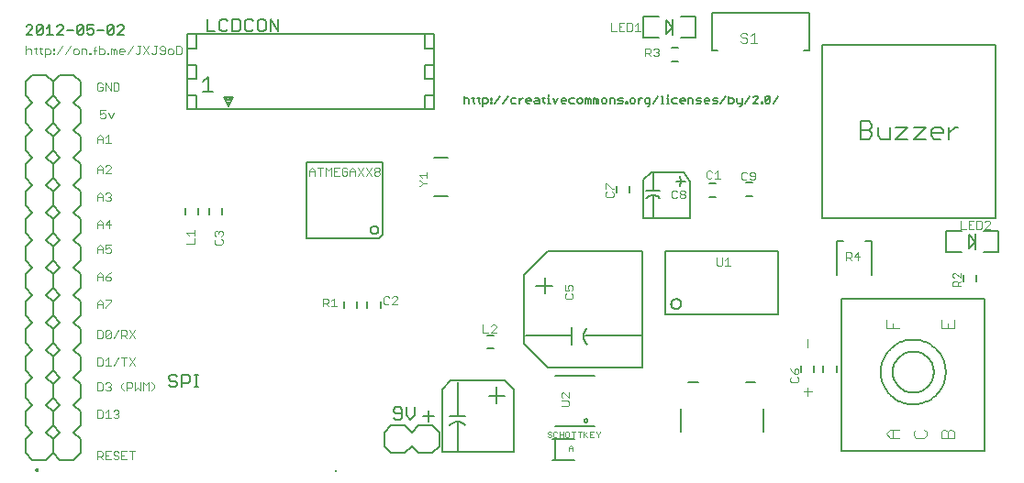
<source format=gto>
G75*
G70*
%OFA0B0*%
%FSLAX24Y24*%
%IPPOS*%
%LPD*%
%AMOC8*
5,1,8,0,0,1.08239X$1,22.5*
%
%ADD10C,0.0060*%
%ADD11C,0.0030*%
%ADD12C,0.0004*%
%ADD13C,0.0050*%
%ADD14C,0.0080*%
%ADD15C,0.0040*%
%ADD16C,0.0020*%
%ADD17R,0.0200X0.0100*%
%ADD18R,0.0150X0.0050*%
%ADD19R,0.0100X0.0100*%
D10*
X011864Y007601D02*
X011864Y007837D01*
X012336Y007837D02*
X012336Y007601D01*
X012720Y007596D02*
X012720Y007832D01*
X013192Y007832D02*
X013192Y007596D01*
X017082Y006599D02*
X017318Y006599D01*
X017318Y006127D02*
X017082Y006127D01*
X019556Y005149D02*
X020975Y005149D01*
X020975Y003289D02*
X019556Y003289D01*
X015157Y003669D02*
X014730Y003669D01*
X014944Y003456D02*
X014944Y003883D01*
X023553Y007367D02*
X023553Y009670D01*
X027647Y009670D01*
X027647Y007367D01*
X023553Y007367D01*
X023756Y007751D02*
X023758Y007777D01*
X023764Y007803D01*
X023773Y007828D01*
X023786Y007851D01*
X023802Y007872D01*
X023821Y007890D01*
X023843Y007906D01*
X023866Y007918D01*
X023891Y007926D01*
X023917Y007931D01*
X023944Y007932D01*
X023970Y007929D01*
X023995Y007922D01*
X024020Y007912D01*
X024042Y007898D01*
X024063Y007881D01*
X024080Y007862D01*
X024095Y007840D01*
X024106Y007816D01*
X024114Y007790D01*
X024118Y007764D01*
X024118Y007738D01*
X024114Y007712D01*
X024106Y007686D01*
X024095Y007662D01*
X024080Y007640D01*
X024063Y007621D01*
X024042Y007604D01*
X024020Y007590D01*
X023995Y007580D01*
X023970Y007573D01*
X023944Y007570D01*
X023917Y007571D01*
X023891Y007576D01*
X023866Y007584D01*
X023843Y007596D01*
X023821Y007612D01*
X023802Y007630D01*
X023786Y007651D01*
X023773Y007674D01*
X023764Y007699D01*
X023758Y007725D01*
X023756Y007751D01*
X028480Y005509D02*
X028480Y005273D01*
X028953Y005273D02*
X028953Y005509D01*
X029288Y005496D02*
X029288Y005259D01*
X029761Y005259D02*
X029761Y005496D01*
X034374Y008561D02*
X034374Y008797D01*
X034846Y008797D02*
X034846Y008561D01*
X026718Y011683D02*
X026482Y011683D01*
X026482Y012155D02*
X026718Y012155D01*
X025386Y012126D02*
X025150Y012126D01*
X025150Y011653D02*
X025386Y011653D01*
X022236Y011801D02*
X022236Y012037D01*
X021764Y012037D02*
X021764Y011801D01*
X015155Y014827D02*
X015155Y015347D01*
X015155Y015947D01*
X015155Y016447D01*
X015155Y017047D01*
X015155Y017577D01*
X014815Y017577D01*
X014165Y017577D01*
X007165Y017577D01*
X006515Y017577D01*
X006165Y017577D01*
X006165Y017047D01*
X006165Y016447D01*
X006165Y015947D01*
X006165Y015347D01*
X006165Y014827D01*
X006515Y014827D01*
X007165Y014827D01*
X014165Y014827D01*
X014815Y014827D01*
X015155Y014827D01*
X014815Y014827D02*
X014815Y015347D01*
X015155Y015347D01*
X015155Y015947D02*
X014815Y015947D01*
X014815Y016447D01*
X015155Y016447D01*
X015155Y017047D02*
X014815Y017047D01*
X014815Y017577D01*
X009490Y017667D02*
X009490Y018108D01*
X009196Y018108D02*
X009490Y017667D01*
X009196Y017667D02*
X009196Y018108D01*
X009029Y018034D02*
X008956Y018108D01*
X008809Y018108D01*
X008736Y018034D01*
X008736Y017741D01*
X008809Y017667D01*
X008956Y017667D01*
X009029Y017741D01*
X009029Y018034D01*
X008569Y018034D02*
X008496Y018108D01*
X008349Y018108D01*
X008275Y018034D01*
X008275Y017741D01*
X008349Y017667D01*
X008496Y017667D01*
X008569Y017741D01*
X008109Y017741D02*
X008035Y017667D01*
X007815Y017667D01*
X007815Y018108D01*
X008035Y018108D01*
X008109Y018034D01*
X008109Y017741D01*
X007648Y017741D02*
X007575Y017667D01*
X007428Y017667D01*
X007355Y017741D01*
X007355Y018034D01*
X007428Y018108D01*
X007575Y018108D01*
X007648Y018034D01*
X007188Y017667D02*
X006894Y017667D01*
X006894Y018108D01*
X006515Y017577D02*
X006515Y017047D01*
X006165Y017047D01*
X006165Y016447D02*
X006515Y016447D01*
X006515Y015947D01*
X006165Y015947D01*
X006745Y015838D02*
X006925Y016018D01*
X006925Y015477D01*
X006745Y015477D02*
X007106Y015477D01*
X007495Y015277D02*
X007665Y014947D01*
X007665Y015047D01*
X007665Y014947D02*
X007835Y015277D01*
X007495Y015277D01*
X006515Y015347D02*
X006515Y014827D01*
X006515Y015347D02*
X006165Y015347D01*
X003872Y017549D02*
X003645Y017549D01*
X003872Y017776D01*
X003872Y017832D01*
X003815Y017889D01*
X003702Y017889D01*
X003645Y017832D01*
X003503Y017832D02*
X003277Y017605D01*
X003333Y017549D01*
X003447Y017549D01*
X003503Y017605D01*
X003503Y017832D01*
X003447Y017889D01*
X003333Y017889D01*
X003277Y017832D01*
X003277Y017605D01*
X003135Y017719D02*
X002908Y017719D01*
X002767Y017719D02*
X002767Y017605D01*
X002710Y017549D01*
X002597Y017549D01*
X002540Y017605D01*
X002540Y017719D02*
X002653Y017776D01*
X002710Y017776D01*
X002767Y017719D01*
X002767Y017889D02*
X002540Y017889D01*
X002540Y017719D01*
X002398Y017832D02*
X002172Y017605D01*
X002228Y017549D01*
X002342Y017549D01*
X002398Y017605D01*
X002398Y017832D01*
X002342Y017889D01*
X002228Y017889D01*
X002172Y017832D01*
X002172Y017605D01*
X002030Y017719D02*
X001803Y017719D01*
X001662Y017776D02*
X001662Y017832D01*
X001605Y017889D01*
X001492Y017889D01*
X001435Y017832D01*
X001662Y017776D02*
X001435Y017549D01*
X001662Y017549D01*
X001293Y017549D02*
X001067Y017549D01*
X001180Y017549D02*
X001180Y017889D01*
X001067Y017776D01*
X000925Y017832D02*
X000698Y017605D01*
X000755Y017549D01*
X000868Y017549D01*
X000925Y017605D01*
X000925Y017832D01*
X000868Y017889D01*
X000755Y017889D01*
X000698Y017832D01*
X000698Y017605D01*
X000557Y017549D02*
X000330Y017549D01*
X000557Y017776D01*
X000557Y017832D01*
X000500Y017889D01*
X000387Y017889D01*
X000330Y017832D01*
X010520Y012899D02*
X013280Y012899D01*
X013280Y010279D01*
X013140Y010139D01*
X010520Y010139D01*
X010520Y012899D01*
X007436Y011237D02*
X007436Y011001D01*
X006964Y011001D02*
X006964Y011237D01*
X006586Y011237D02*
X006586Y011001D01*
X006114Y011001D02*
X006114Y011237D01*
X012839Y010439D02*
X012841Y010462D01*
X012847Y010485D01*
X012856Y010506D01*
X012869Y010526D01*
X012885Y010543D01*
X012903Y010557D01*
X012923Y010568D01*
X012945Y010576D01*
X012968Y010580D01*
X012992Y010580D01*
X013015Y010576D01*
X013037Y010568D01*
X013057Y010557D01*
X013075Y010543D01*
X013091Y010526D01*
X013104Y010506D01*
X013113Y010485D01*
X013119Y010462D01*
X013121Y010439D01*
X013119Y010416D01*
X013113Y010393D01*
X013104Y010372D01*
X013091Y010352D01*
X013075Y010335D01*
X013057Y010321D01*
X013037Y010310D01*
X013015Y010302D01*
X012992Y010298D01*
X012968Y010298D01*
X012945Y010302D01*
X012923Y010310D01*
X012903Y010321D01*
X012885Y010335D01*
X012869Y010352D01*
X012856Y010372D01*
X012847Y010393D01*
X012841Y010416D01*
X012839Y010439D01*
X023782Y016583D02*
X024018Y016583D01*
X024018Y017055D02*
X023782Y017055D01*
X030630Y014389D02*
X030630Y013749D01*
X030950Y013749D01*
X031057Y013856D01*
X031057Y013962D01*
X030950Y014069D01*
X030630Y014069D01*
X030950Y014069D02*
X031057Y014176D01*
X031057Y014283D01*
X030950Y014389D01*
X030630Y014389D01*
X031275Y014176D02*
X031275Y013856D01*
X031381Y013749D01*
X031702Y013749D01*
X031702Y014176D01*
X031919Y014176D02*
X032346Y014176D01*
X031919Y013749D01*
X032346Y013749D01*
X032564Y013749D02*
X032991Y013749D01*
X033208Y013856D02*
X033208Y014069D01*
X033315Y014176D01*
X033528Y014176D01*
X033635Y014069D01*
X033635Y013962D01*
X033208Y013962D01*
X033208Y013856D02*
X033315Y013749D01*
X033528Y013749D01*
X033853Y013749D02*
X033853Y014176D01*
X034066Y014176D02*
X034173Y014176D01*
X034066Y014176D02*
X033853Y013962D01*
X032991Y014176D02*
X032564Y013749D01*
X032564Y014176D02*
X032991Y014176D01*
D11*
X034265Y010774D02*
X034265Y010484D01*
X034458Y010484D01*
X034560Y010484D02*
X034753Y010484D01*
X034854Y010484D02*
X034999Y010484D01*
X035048Y010532D01*
X035048Y010726D01*
X034999Y010774D01*
X034854Y010774D01*
X034854Y010484D01*
X034656Y010629D02*
X034560Y010629D01*
X034560Y010774D02*
X034560Y010484D01*
X034560Y010774D02*
X034753Y010774D01*
X035149Y010726D02*
X035197Y010774D01*
X035294Y010774D01*
X035342Y010726D01*
X035342Y010677D01*
X035149Y010484D01*
X035342Y010484D01*
X034270Y008882D02*
X034270Y008688D01*
X034077Y008882D01*
X034028Y008882D01*
X033980Y008834D01*
X033980Y008737D01*
X034028Y008688D01*
X034028Y008587D02*
X034125Y008587D01*
X034173Y008539D01*
X034173Y008394D01*
X034173Y008491D02*
X034270Y008587D01*
X034270Y008394D02*
X033980Y008394D01*
X033980Y008539D01*
X034028Y008587D01*
X030603Y009479D02*
X030410Y009479D01*
X030555Y009624D01*
X030555Y009334D01*
X030308Y009334D02*
X030212Y009431D01*
X030260Y009431D02*
X030115Y009431D01*
X030115Y009334D02*
X030115Y009624D01*
X030260Y009624D01*
X030308Y009576D01*
X030308Y009479D01*
X030260Y009431D01*
X025903Y009134D02*
X025710Y009134D01*
X025806Y009134D02*
X025806Y009424D01*
X025710Y009327D01*
X025608Y009424D02*
X025608Y009182D01*
X025560Y009134D01*
X025463Y009134D01*
X025415Y009182D01*
X025415Y009424D01*
X024218Y011595D02*
X024121Y011595D01*
X024073Y011643D01*
X024073Y011691D01*
X024121Y011740D01*
X024218Y011740D01*
X024266Y011691D01*
X024266Y011643D01*
X024218Y011595D01*
X024218Y011740D02*
X024266Y011788D01*
X024266Y011837D01*
X024218Y011885D01*
X024121Y011885D01*
X024073Y011837D01*
X024073Y011788D01*
X024121Y011740D01*
X023972Y011837D02*
X023923Y011885D01*
X023827Y011885D01*
X023778Y011837D01*
X023778Y011643D01*
X023827Y011595D01*
X023923Y011595D01*
X023972Y011643D01*
X025043Y012358D02*
X025092Y012309D01*
X025188Y012309D01*
X025237Y012358D01*
X025338Y012309D02*
X025531Y012309D01*
X025435Y012309D02*
X025435Y012600D01*
X025338Y012503D01*
X025237Y012551D02*
X025188Y012600D01*
X025092Y012600D01*
X025043Y012551D01*
X025043Y012358D01*
X026315Y012307D02*
X026363Y012259D01*
X026460Y012259D01*
X026508Y012307D01*
X026610Y012307D02*
X026658Y012259D01*
X026755Y012259D01*
X026803Y012307D01*
X026803Y012501D01*
X026755Y012549D01*
X026658Y012549D01*
X026610Y012501D01*
X026610Y012452D01*
X026658Y012404D01*
X026803Y012404D01*
X026508Y012501D02*
X026460Y012549D01*
X026363Y012549D01*
X026315Y012501D01*
X026315Y012307D01*
X021660Y011928D02*
X021612Y011928D01*
X021418Y012122D01*
X021370Y012122D01*
X021370Y011928D01*
X021418Y011827D02*
X021370Y011779D01*
X021370Y011682D01*
X021418Y011634D01*
X021612Y011634D01*
X021660Y011682D01*
X021660Y011779D01*
X021612Y011827D01*
X020137Y008422D02*
X020185Y008374D01*
X020185Y008277D01*
X020137Y008228D01*
X020040Y008228D02*
X019992Y008325D01*
X019992Y008374D01*
X020040Y008422D01*
X020137Y008422D01*
X020040Y008228D02*
X019895Y008228D01*
X019895Y008422D01*
X019943Y008127D02*
X019895Y008079D01*
X019895Y007982D01*
X019943Y007934D01*
X020137Y007934D01*
X020185Y007982D01*
X020185Y008079D01*
X020137Y008127D01*
X017403Y006945D02*
X017355Y006993D01*
X017258Y006993D01*
X017210Y006945D01*
X017403Y006945D02*
X017403Y006897D01*
X017210Y006703D01*
X017403Y006703D01*
X017108Y006703D02*
X016915Y006703D01*
X016915Y006993D01*
X013810Y007734D02*
X013616Y007734D01*
X013810Y007927D01*
X013810Y007976D01*
X013761Y008024D01*
X013665Y008024D01*
X013616Y007976D01*
X013515Y007976D02*
X013467Y008024D01*
X013370Y008024D01*
X013322Y007976D01*
X013322Y007782D01*
X013370Y007734D01*
X013467Y007734D01*
X013515Y007782D01*
X011594Y007664D02*
X011400Y007664D01*
X011497Y007664D02*
X011497Y007954D01*
X011400Y007857D01*
X011299Y007809D02*
X011299Y007906D01*
X011251Y007954D01*
X011106Y007954D01*
X011106Y007664D01*
X011106Y007761D02*
X011251Y007761D01*
X011299Y007809D01*
X011202Y007761D02*
X011299Y007664D01*
X007461Y009966D02*
X007461Y010063D01*
X007413Y010111D01*
X007413Y010212D02*
X007461Y010261D01*
X007461Y010357D01*
X007413Y010406D01*
X007364Y010406D01*
X007316Y010357D01*
X007316Y010309D01*
X007316Y010357D02*
X007268Y010406D01*
X007219Y010406D01*
X007171Y010357D01*
X007171Y010261D01*
X007219Y010212D01*
X007219Y010111D02*
X007171Y010063D01*
X007171Y009966D01*
X007219Y009917D01*
X007413Y009917D01*
X007461Y009966D01*
X006428Y009948D02*
X006428Y010141D01*
X006428Y010242D02*
X006428Y010436D01*
X006428Y010339D02*
X006138Y010339D01*
X006235Y010242D01*
X006138Y009948D02*
X006428Y009948D01*
X003391Y009893D02*
X003198Y009893D01*
X003198Y009748D01*
X003294Y009796D01*
X003343Y009796D01*
X003391Y009748D01*
X003391Y009651D01*
X003343Y009603D01*
X003246Y009603D01*
X003198Y009651D01*
X003096Y009603D02*
X003096Y009796D01*
X003000Y009893D01*
X002903Y009796D01*
X002903Y009603D01*
X002903Y009748D02*
X003096Y009748D01*
X003096Y010503D02*
X003096Y010696D01*
X003000Y010793D01*
X002903Y010696D01*
X002903Y010503D01*
X002903Y010648D02*
X003096Y010648D01*
X003198Y010648D02*
X003391Y010648D01*
X003343Y010793D02*
X003198Y010648D01*
X003343Y010503D02*
X003343Y010793D01*
X003343Y011503D02*
X003246Y011503D01*
X003198Y011551D01*
X003096Y011503D02*
X003096Y011696D01*
X003000Y011793D01*
X002903Y011696D01*
X002903Y011503D01*
X002903Y011648D02*
X003096Y011648D01*
X003198Y011745D02*
X003246Y011793D01*
X003343Y011793D01*
X003391Y011745D01*
X003391Y011696D01*
X003343Y011648D01*
X003391Y011600D01*
X003391Y011551D01*
X003343Y011503D01*
X003343Y011648D02*
X003294Y011648D01*
X003198Y012503D02*
X003391Y012696D01*
X003391Y012745D01*
X003343Y012793D01*
X003246Y012793D01*
X003198Y012745D01*
X003096Y012696D02*
X003096Y012503D01*
X003198Y012503D02*
X003391Y012503D01*
X003096Y012648D02*
X002903Y012648D01*
X002903Y012696D02*
X002903Y012503D01*
X002903Y012696D02*
X003000Y012793D01*
X003096Y012696D01*
X003096Y013603D02*
X003096Y013796D01*
X003000Y013893D01*
X002903Y013796D01*
X002903Y013603D01*
X002903Y013748D02*
X003096Y013748D01*
X003198Y013796D02*
X003294Y013893D01*
X003294Y013603D01*
X003198Y013603D02*
X003391Y013603D01*
X003394Y014503D02*
X003491Y014696D01*
X003298Y014696D02*
X003394Y014503D01*
X003196Y014551D02*
X003148Y014503D01*
X003051Y014503D01*
X003003Y014551D01*
X003003Y014648D02*
X003100Y014696D01*
X003148Y014696D01*
X003196Y014648D01*
X003196Y014551D01*
X003003Y014648D02*
X003003Y014793D01*
X003196Y014793D01*
X003198Y015503D02*
X003198Y015793D01*
X003391Y015503D01*
X003391Y015793D01*
X003492Y015793D02*
X003637Y015793D01*
X003686Y015745D01*
X003686Y015551D01*
X003637Y015503D01*
X003492Y015503D01*
X003492Y015793D01*
X003096Y015745D02*
X003048Y015793D01*
X002951Y015793D01*
X002903Y015745D01*
X002903Y015551D01*
X002951Y015503D01*
X003048Y015503D01*
X003096Y015551D01*
X003096Y015648D01*
X003000Y015648D01*
X002967Y016834D02*
X003112Y016834D01*
X003160Y016882D01*
X003160Y016979D01*
X003112Y017027D01*
X002967Y017027D01*
X002967Y017124D02*
X002967Y016834D01*
X002819Y016834D02*
X002819Y017076D01*
X002867Y017124D01*
X002867Y016979D02*
X002770Y016979D01*
X002671Y016882D02*
X002671Y016834D01*
X002623Y016834D01*
X002623Y016882D01*
X002671Y016882D01*
X002522Y016834D02*
X002522Y016979D01*
X002474Y017027D01*
X002328Y017027D01*
X002328Y016834D01*
X002227Y016882D02*
X002179Y016834D01*
X002082Y016834D01*
X002034Y016882D01*
X002034Y016979D01*
X002082Y017027D01*
X002179Y017027D01*
X002227Y016979D01*
X002227Y016882D01*
X001933Y017124D02*
X001739Y016834D01*
X001444Y016834D02*
X001638Y017124D01*
X001346Y017027D02*
X001346Y016979D01*
X001297Y016979D01*
X001297Y017027D01*
X001346Y017027D01*
X001346Y016882D02*
X001346Y016834D01*
X001297Y016834D01*
X001297Y016882D01*
X001346Y016882D01*
X001196Y016882D02*
X001148Y016834D01*
X001003Y016834D01*
X001003Y016737D02*
X001003Y017027D01*
X001148Y017027D01*
X001196Y016979D01*
X001196Y016882D01*
X000903Y016834D02*
X000854Y016882D01*
X000854Y017076D01*
X000806Y017027D02*
X000903Y017027D01*
X000706Y017027D02*
X000610Y017027D01*
X000658Y017076D02*
X000658Y016882D01*
X000706Y016834D01*
X000508Y016834D02*
X000508Y016979D01*
X000460Y017027D01*
X000363Y017027D01*
X000315Y016979D01*
X000315Y017124D02*
X000315Y016834D01*
X003262Y016834D02*
X003310Y016834D01*
X003310Y016882D01*
X003262Y016882D01*
X003262Y016834D01*
X003409Y016834D02*
X003409Y017027D01*
X003457Y017027D01*
X003506Y016979D01*
X003554Y017027D01*
X003602Y016979D01*
X003602Y016834D01*
X003506Y016834D02*
X003506Y016979D01*
X003703Y016979D02*
X003752Y017027D01*
X003849Y017027D01*
X003897Y016979D01*
X003897Y016931D01*
X003703Y016931D01*
X003703Y016979D02*
X003703Y016882D01*
X003752Y016834D01*
X003849Y016834D01*
X003998Y016834D02*
X004192Y017124D01*
X004390Y017124D02*
X004486Y017124D01*
X004438Y017124D02*
X004438Y016882D01*
X004390Y016834D01*
X004341Y016834D01*
X004293Y016882D01*
X004587Y016834D02*
X004781Y017124D01*
X004587Y017124D02*
X004781Y016834D01*
X004882Y016882D02*
X004930Y016834D01*
X004979Y016834D01*
X005027Y016882D01*
X005027Y017124D01*
X004979Y017124D02*
X005076Y017124D01*
X005177Y017076D02*
X005177Y017027D01*
X005225Y016979D01*
X005370Y016979D01*
X005370Y016882D02*
X005370Y017076D01*
X005322Y017124D01*
X005225Y017124D01*
X005177Y017076D01*
X005177Y016882D02*
X005225Y016834D01*
X005322Y016834D01*
X005370Y016882D01*
X005471Y016882D02*
X005520Y016834D01*
X005617Y016834D01*
X005665Y016882D01*
X005665Y016979D01*
X005617Y017027D01*
X005520Y017027D01*
X005471Y016979D01*
X005471Y016882D01*
X005766Y016834D02*
X005911Y016834D01*
X005960Y016882D01*
X005960Y017076D01*
X005911Y017124D01*
X005766Y017124D01*
X005766Y016834D01*
X010613Y012607D02*
X010710Y012704D01*
X010807Y012607D01*
X010807Y012414D01*
X010807Y012559D02*
X010613Y012559D01*
X010613Y012607D02*
X010613Y012414D01*
X011005Y012414D02*
X011005Y012704D01*
X011101Y012704D02*
X010908Y012704D01*
X011202Y012704D02*
X011299Y012607D01*
X011396Y012704D01*
X011396Y012414D01*
X011497Y012414D02*
X011691Y012414D01*
X011792Y012462D02*
X011840Y012414D01*
X011937Y012414D01*
X011985Y012462D01*
X011985Y012559D01*
X011888Y012559D01*
X011792Y012656D02*
X011792Y012462D01*
X011792Y012656D02*
X011840Y012704D01*
X011937Y012704D01*
X011985Y012656D01*
X012086Y012607D02*
X012183Y012704D01*
X012280Y012607D01*
X012280Y012414D01*
X012381Y012414D02*
X012575Y012704D01*
X012676Y012704D02*
X012869Y012414D01*
X012970Y012462D02*
X012970Y012511D01*
X013019Y012559D01*
X013115Y012559D01*
X013164Y012511D01*
X013164Y012462D01*
X013115Y012414D01*
X013019Y012414D01*
X012970Y012462D01*
X013019Y012559D02*
X012970Y012607D01*
X012970Y012656D01*
X013019Y012704D01*
X013115Y012704D01*
X013164Y012656D01*
X013164Y012607D01*
X013115Y012559D01*
X012869Y012704D02*
X012676Y012414D01*
X012575Y012414D02*
X012381Y012704D01*
X012280Y012559D02*
X012086Y012559D01*
X012086Y012607D02*
X012086Y012414D01*
X011594Y012559D02*
X011497Y012559D01*
X011497Y012704D02*
X011497Y012414D01*
X011202Y012414D02*
X011202Y012704D01*
X011497Y012704D02*
X011691Y012704D01*
X014595Y012425D02*
X014885Y012425D01*
X014885Y012328D02*
X014885Y012522D01*
X014692Y012328D02*
X014595Y012425D01*
X014595Y012227D02*
X014643Y012227D01*
X014740Y012131D01*
X014885Y012131D01*
X014740Y012131D02*
X014643Y012034D01*
X014595Y012034D01*
X022815Y016759D02*
X022815Y017049D01*
X022960Y017049D01*
X023008Y017001D01*
X023008Y016904D01*
X022960Y016856D01*
X022815Y016856D01*
X022912Y016856D02*
X023008Y016759D01*
X023110Y016807D02*
X023158Y016759D01*
X023255Y016759D01*
X023303Y016807D01*
X023303Y016856D01*
X023255Y016904D01*
X023206Y016904D01*
X023255Y016904D02*
X023303Y016952D01*
X023303Y017001D01*
X023255Y017049D01*
X023158Y017049D01*
X023110Y017001D01*
X022642Y017684D02*
X022449Y017684D01*
X022546Y017684D02*
X022546Y017974D01*
X022449Y017877D01*
X022348Y017926D02*
X022299Y017974D01*
X022154Y017974D01*
X022154Y017684D01*
X022299Y017684D01*
X022348Y017732D01*
X022348Y017926D01*
X022053Y017974D02*
X021860Y017974D01*
X021860Y017684D01*
X022053Y017684D01*
X021956Y017829D02*
X021860Y017829D01*
X021758Y017684D02*
X021565Y017684D01*
X021565Y017974D01*
X003391Y008893D02*
X003294Y008845D01*
X003198Y008748D01*
X003343Y008748D01*
X003391Y008700D01*
X003391Y008651D01*
X003343Y008603D01*
X003246Y008603D01*
X003198Y008651D01*
X003198Y008748D01*
X003096Y008748D02*
X002903Y008748D01*
X002903Y008796D02*
X003000Y008893D01*
X003096Y008796D01*
X003096Y008603D01*
X002903Y008603D02*
X002903Y008796D01*
X003000Y007893D02*
X003096Y007796D01*
X003096Y007603D01*
X003198Y007603D02*
X003198Y007651D01*
X003391Y007845D01*
X003391Y007893D01*
X003198Y007893D01*
X003096Y007748D02*
X002903Y007748D01*
X002903Y007796D02*
X003000Y007893D01*
X002903Y007796D02*
X002903Y007603D01*
X002903Y006793D02*
X003048Y006793D01*
X003096Y006745D01*
X003096Y006551D01*
X003048Y006503D01*
X002903Y006503D01*
X002903Y006793D01*
X003198Y006745D02*
X003246Y006793D01*
X003343Y006793D01*
X003391Y006745D01*
X003198Y006551D01*
X003246Y006503D01*
X003343Y006503D01*
X003391Y006551D01*
X003391Y006745D01*
X003198Y006745D02*
X003198Y006551D01*
X003492Y006503D02*
X003686Y006793D01*
X003787Y006793D02*
X003932Y006793D01*
X003980Y006745D01*
X003980Y006648D01*
X003932Y006600D01*
X003787Y006600D01*
X003884Y006600D02*
X003980Y006503D01*
X004082Y006503D02*
X004275Y006793D01*
X004082Y006793D02*
X004275Y006503D01*
X003787Y006503D02*
X003787Y006793D01*
X003787Y005793D02*
X003980Y005793D01*
X003884Y005793D02*
X003884Y005503D01*
X004082Y005503D02*
X004275Y005793D01*
X004082Y005793D02*
X004275Y005503D01*
X003686Y005793D02*
X003492Y005503D01*
X003391Y005503D02*
X003198Y005503D01*
X003294Y005503D02*
X003294Y005793D01*
X003198Y005696D01*
X003096Y005745D02*
X003048Y005793D01*
X002903Y005793D01*
X002903Y005503D01*
X003048Y005503D01*
X003096Y005551D01*
X003096Y005745D01*
X003048Y004893D02*
X002903Y004893D01*
X002903Y004603D01*
X003048Y004603D01*
X003096Y004651D01*
X003096Y004845D01*
X003048Y004893D01*
X003198Y004845D02*
X003246Y004893D01*
X003343Y004893D01*
X003391Y004845D01*
X003391Y004796D01*
X003343Y004748D01*
X003391Y004700D01*
X003391Y004651D01*
X003343Y004603D01*
X003246Y004603D01*
X003198Y004651D01*
X003294Y004748D02*
X003343Y004748D01*
X003787Y004796D02*
X003884Y004893D01*
X003983Y004893D02*
X004129Y004893D01*
X004177Y004845D01*
X004177Y004748D01*
X004129Y004700D01*
X003983Y004700D01*
X003983Y004603D02*
X003983Y004893D01*
X003787Y004796D02*
X003787Y004700D01*
X003884Y004603D01*
X004278Y004603D02*
X004375Y004700D01*
X004472Y004603D01*
X004472Y004893D01*
X004573Y004893D02*
X004669Y004796D01*
X004766Y004893D01*
X004766Y004603D01*
X004867Y004603D02*
X004964Y004700D01*
X004964Y004796D01*
X004867Y004893D01*
X004573Y004893D02*
X004573Y004603D01*
X004278Y004603D02*
X004278Y004893D01*
X003637Y003893D02*
X003541Y003893D01*
X003492Y003845D01*
X003589Y003748D02*
X003637Y003748D01*
X003686Y003700D01*
X003686Y003651D01*
X003637Y003603D01*
X003541Y003603D01*
X003492Y003651D01*
X003391Y003603D02*
X003198Y003603D01*
X003294Y003603D02*
X003294Y003893D01*
X003198Y003796D01*
X003096Y003845D02*
X003096Y003651D01*
X003048Y003603D01*
X002903Y003603D01*
X002903Y003893D01*
X003048Y003893D01*
X003096Y003845D01*
X003637Y003893D02*
X003686Y003845D01*
X003686Y003796D01*
X003637Y003748D01*
X003637Y002393D02*
X003541Y002393D01*
X003492Y002345D01*
X003492Y002296D01*
X003541Y002248D01*
X003637Y002248D01*
X003686Y002200D01*
X003686Y002151D01*
X003637Y002103D01*
X003541Y002103D01*
X003492Y002151D01*
X003391Y002103D02*
X003198Y002103D01*
X003198Y002393D01*
X003391Y002393D01*
X003294Y002248D02*
X003198Y002248D01*
X003096Y002248D02*
X003048Y002200D01*
X002903Y002200D01*
X003000Y002200D02*
X003096Y002103D01*
X003096Y002248D02*
X003096Y002345D01*
X003048Y002393D01*
X002903Y002393D01*
X002903Y002103D01*
X003637Y002393D02*
X003686Y002345D01*
X003787Y002393D02*
X003787Y002103D01*
X003980Y002103D01*
X003884Y002248D02*
X003787Y002248D01*
X003787Y002393D02*
X003980Y002393D01*
X004082Y002393D02*
X004275Y002393D01*
X004178Y002393D02*
X004178Y002103D01*
X019760Y004034D02*
X020002Y004034D01*
X020051Y004082D01*
X020051Y004179D01*
X020002Y004227D01*
X019760Y004227D01*
X019809Y004328D02*
X019760Y004377D01*
X019760Y004474D01*
X019809Y004522D01*
X019857Y004522D01*
X020051Y004328D01*
X020051Y004522D01*
X028086Y004954D02*
X028134Y004906D01*
X028328Y004906D01*
X028376Y004954D01*
X028376Y005051D01*
X028328Y005099D01*
X028328Y005200D02*
X028376Y005249D01*
X028376Y005346D01*
X028328Y005394D01*
X028280Y005394D01*
X028231Y005346D01*
X028231Y005200D01*
X028328Y005200D01*
X028231Y005200D02*
X028134Y005297D01*
X028086Y005394D01*
X028134Y005099D02*
X028086Y005051D01*
X028086Y004954D01*
D12*
X000682Y001690D02*
X000670Y001680D01*
X000661Y001688D01*
X000671Y001701D01*
X000667Y001711D01*
X000651Y001713D01*
X000651Y001725D01*
X000667Y001726D01*
X000671Y001737D01*
X000661Y001749D01*
X000670Y001758D01*
X000670Y001758D01*
X000670Y001758D01*
X000682Y001747D01*
X000692Y001752D01*
X000694Y001768D01*
X000706Y001768D01*
X000708Y001752D01*
X000718Y001747D01*
X000730Y001758D01*
X000730Y001758D01*
X000739Y001749D01*
X000729Y001737D01*
X000733Y001726D01*
X000749Y001725D01*
X000749Y001713D01*
X000733Y001711D01*
X000729Y001701D01*
X000739Y001688D01*
X000730Y001680D01*
X000718Y001690D01*
X000713Y001688D01*
X000706Y001705D01*
X000711Y001708D01*
X000715Y001714D01*
X000715Y001721D01*
X000749Y001721D01*
X000715Y001721D01*
X000713Y001727D01*
X000709Y001732D01*
X000702Y001734D01*
X000696Y001734D01*
X000690Y001730D01*
X000686Y001725D01*
X000685Y001719D01*
X000686Y001713D01*
X000689Y001708D01*
X000694Y001705D01*
X000687Y001688D01*
X000682Y001690D01*
X000687Y001688D01*
X000694Y001705D01*
X000689Y001708D01*
X000686Y001713D01*
X000685Y001719D01*
X000686Y001725D01*
X000690Y001730D01*
X000696Y001734D01*
X000702Y001734D01*
X000709Y001732D01*
X000713Y001727D01*
X000715Y001721D01*
X000715Y001714D01*
X000711Y001708D01*
X000706Y001705D01*
X000713Y001688D01*
X000718Y001690D01*
X000730Y001680D01*
X000739Y001688D01*
X000729Y001701D01*
X000733Y001711D01*
X000749Y001713D01*
X000749Y001725D01*
X000733Y001726D01*
X000729Y001737D01*
X000739Y001749D01*
X000730Y001758D01*
X000730Y001758D01*
X000718Y001747D01*
X000708Y001752D01*
X000706Y001768D01*
X000694Y001768D01*
X000692Y001752D01*
X000682Y001747D01*
X000670Y001758D01*
X000661Y001749D01*
X000671Y001737D01*
X000667Y001726D01*
X000651Y001725D01*
X000651Y001713D01*
X000667Y001711D01*
X000671Y001701D01*
X000661Y001688D01*
X000670Y001680D01*
X000682Y001690D01*
X000681Y001689D02*
X000662Y001689D01*
X000681Y001689D01*
X000684Y001689D02*
X000688Y001689D01*
X000684Y001689D01*
X000689Y001692D02*
X000664Y001692D01*
X000689Y001692D01*
X000690Y001694D02*
X000666Y001694D01*
X000690Y001694D01*
X000691Y001697D02*
X000668Y001697D01*
X000691Y001697D01*
X000692Y001699D02*
X000670Y001699D01*
X000692Y001699D01*
X000693Y001702D02*
X000671Y001702D01*
X000693Y001702D01*
X000694Y001704D02*
X000670Y001704D01*
X000694Y001704D01*
X000691Y001706D02*
X000669Y001706D01*
X000691Y001706D01*
X000689Y001709D02*
X000668Y001709D01*
X000689Y001709D01*
X000687Y001711D02*
X000666Y001711D01*
X000687Y001711D01*
X000686Y001714D02*
X000651Y001714D01*
X000686Y001714D01*
X000685Y001716D02*
X000651Y001716D01*
X000685Y001716D01*
X000685Y001719D02*
X000651Y001719D01*
X000685Y001719D01*
X000685Y001721D02*
X000651Y001721D01*
X000685Y001721D01*
X000686Y001723D02*
X000651Y001723D01*
X000686Y001723D01*
X000687Y001726D02*
X000662Y001726D01*
X000687Y001726D01*
X000688Y001728D02*
X000668Y001728D01*
X000688Y001728D01*
X000691Y001731D02*
X000669Y001731D01*
X000691Y001731D01*
X000695Y001733D02*
X000670Y001733D01*
X000695Y001733D01*
X000704Y001733D02*
X000730Y001733D01*
X000704Y001733D01*
X000709Y001731D02*
X000731Y001731D01*
X000709Y001731D01*
X000712Y001728D02*
X000732Y001728D01*
X000712Y001728D01*
X000713Y001726D02*
X000738Y001726D01*
X000713Y001726D01*
X000714Y001723D02*
X000749Y001723D01*
X000714Y001723D01*
X000715Y001719D02*
X000749Y001719D01*
X000715Y001719D01*
X000715Y001716D02*
X000749Y001716D01*
X000715Y001716D01*
X000714Y001714D02*
X000749Y001714D01*
X000714Y001714D01*
X000713Y001711D02*
X000734Y001711D01*
X000713Y001711D01*
X000712Y001709D02*
X000732Y001709D01*
X000712Y001709D01*
X000708Y001706D02*
X000731Y001706D01*
X000708Y001706D01*
X000706Y001704D02*
X000730Y001704D01*
X000706Y001704D01*
X000707Y001702D02*
X000729Y001702D01*
X000707Y001702D01*
X000708Y001699D02*
X000730Y001699D01*
X000708Y001699D01*
X000709Y001697D02*
X000732Y001697D01*
X000709Y001697D01*
X000710Y001694D02*
X000734Y001694D01*
X000710Y001694D01*
X000711Y001692D02*
X000736Y001692D01*
X000711Y001692D01*
X000712Y001689D02*
X000716Y001689D01*
X000712Y001689D01*
X000719Y001689D02*
X000738Y001689D01*
X000719Y001689D01*
X000722Y001687D02*
X000737Y001687D01*
X000722Y001687D01*
X000725Y001684D02*
X000735Y001684D01*
X000725Y001684D01*
X000728Y001682D02*
X000732Y001682D01*
X000728Y001682D01*
X000678Y001687D02*
X000663Y001687D01*
X000678Y001687D01*
X000675Y001684D02*
X000665Y001684D01*
X000675Y001684D01*
X000672Y001682D02*
X000668Y001682D01*
X000672Y001682D01*
X000671Y001736D02*
X000729Y001736D01*
X000671Y001736D01*
X000670Y001738D02*
X000730Y001738D01*
X000670Y001738D01*
X000668Y001740D02*
X000732Y001740D01*
X000668Y001740D01*
X000666Y001743D02*
X000734Y001743D01*
X000666Y001743D01*
X000664Y001745D02*
X000736Y001745D01*
X000664Y001745D01*
X000662Y001748D02*
X000682Y001748D01*
X000662Y001748D01*
X000662Y001750D02*
X000679Y001750D01*
X000662Y001750D01*
X000665Y001753D02*
X000676Y001753D01*
X000665Y001753D01*
X000667Y001755D02*
X000673Y001755D01*
X000667Y001755D01*
X000683Y001748D02*
X000717Y001748D01*
X000683Y001748D01*
X000689Y001750D02*
X000711Y001750D01*
X000689Y001750D01*
X000692Y001753D02*
X000708Y001753D01*
X000692Y001753D01*
X000693Y001755D02*
X000707Y001755D01*
X000693Y001755D01*
X000693Y001758D02*
X000707Y001758D01*
X000693Y001758D01*
X000693Y001760D02*
X000707Y001760D01*
X000693Y001760D01*
X000693Y001762D02*
X000707Y001762D01*
X000693Y001762D01*
X000694Y001765D02*
X000706Y001765D01*
X000694Y001765D01*
X000694Y001767D02*
X000706Y001767D01*
X000694Y001767D01*
X000718Y001748D02*
X000738Y001748D01*
X000718Y001748D01*
X000721Y001750D02*
X000738Y001750D01*
X000721Y001750D01*
X000724Y001753D02*
X000735Y001753D01*
X000724Y001753D01*
X000727Y001755D02*
X000733Y001755D01*
X000727Y001755D01*
D13*
X005512Y004799D02*
X005587Y004724D01*
X005737Y004724D01*
X005812Y004799D01*
X005812Y004874D01*
X005737Y004949D01*
X005587Y004949D01*
X005512Y005024D01*
X005512Y005099D01*
X005587Y005174D01*
X005737Y005174D01*
X005812Y005099D01*
X005972Y005174D02*
X006198Y005174D01*
X006273Y005099D01*
X006273Y004949D01*
X006198Y004874D01*
X005972Y004874D01*
X005972Y004724D02*
X005972Y005174D01*
X006433Y005174D02*
X006583Y005174D01*
X006508Y005174D02*
X006508Y004724D01*
X006433Y004724D02*
X006583Y004724D01*
X011558Y001720D02*
X011558Y001681D01*
X011558Y001720D01*
X013667Y003613D02*
X013742Y003538D01*
X013892Y003538D01*
X013967Y003613D01*
X013967Y003913D01*
X013892Y003988D01*
X013742Y003988D01*
X013667Y003913D01*
X013667Y003838D01*
X013742Y003763D01*
X013967Y003763D01*
X014127Y003688D02*
X014277Y003538D01*
X014428Y003688D01*
X014428Y003988D01*
X014127Y003988D02*
X014127Y003688D01*
X015716Y003658D02*
X015991Y003658D01*
X016267Y003658D01*
X015991Y003658D01*
X015991Y004918D01*
X015755Y004957D02*
X015440Y004642D01*
X015440Y002359D01*
X018039Y002359D01*
X018039Y004642D01*
X017724Y004957D01*
X015755Y004957D01*
X017133Y004406D02*
X017724Y004406D01*
X017409Y004406D01*
X017409Y004131D01*
X017409Y004406D01*
X017409Y004721D01*
X018420Y006312D02*
X019287Y005446D01*
X022712Y005446D01*
X022712Y006588D01*
X020625Y006588D01*
X020704Y006863D02*
X020677Y006835D01*
X020652Y006805D01*
X020631Y006772D01*
X020613Y006738D01*
X020598Y006702D01*
X020587Y006664D01*
X020579Y006626D01*
X020575Y006587D01*
X020575Y006549D01*
X020579Y006510D01*
X020587Y006472D01*
X020598Y006434D01*
X020613Y006398D01*
X020631Y006364D01*
X020652Y006331D01*
X020677Y006301D01*
X020704Y006273D01*
X020153Y006273D02*
X020153Y006588D01*
X020153Y006903D01*
X020153Y006588D01*
X018460Y006588D01*
X018420Y006312D02*
X018420Y008793D01*
X019287Y009659D01*
X022712Y009659D01*
X022712Y006588D01*
X019444Y008399D02*
X019169Y008399D01*
X019169Y008714D01*
X019169Y008124D01*
X019169Y008399D02*
X018854Y008399D01*
X019169Y008399D02*
X019444Y008399D01*
X022752Y010880D02*
X024444Y010880D01*
X024444Y012218D01*
X024208Y012533D01*
X023027Y012533D01*
X022752Y012258D01*
X022752Y010880D01*
X023106Y010919D02*
X023106Y011667D01*
X023106Y011864D02*
X022830Y011864D01*
X023106Y011864D02*
X023342Y011864D01*
X023106Y011864D01*
X023106Y012494D01*
X023933Y012218D02*
X024102Y012218D01*
X024287Y012218D01*
X024102Y012218D01*
X024090Y012021D01*
X024102Y012218D01*
X024090Y012415D01*
X023349Y011588D02*
X023323Y011613D01*
X023295Y011635D01*
X023265Y011655D01*
X023233Y011671D01*
X023199Y011683D01*
X023164Y011693D01*
X023129Y011698D01*
X023093Y011700D01*
X023057Y011698D01*
X023022Y011693D01*
X022987Y011683D01*
X022953Y011671D01*
X022921Y011655D01*
X022891Y011635D01*
X022863Y011613D01*
X022837Y011588D01*
X022896Y014954D02*
X022941Y014954D01*
X022986Y014999D01*
X022986Y015224D01*
X022851Y015224D01*
X022806Y015179D01*
X022806Y015089D01*
X022851Y015044D01*
X022986Y015044D01*
X023100Y015044D02*
X023280Y015314D01*
X023395Y015314D02*
X023440Y015314D01*
X023440Y015044D01*
X023395Y015044D02*
X023485Y015044D01*
X023591Y015044D02*
X023681Y015044D01*
X023636Y015044D02*
X023636Y015224D01*
X023591Y015224D01*
X023636Y015314D02*
X023636Y015359D01*
X023788Y015179D02*
X023788Y015089D01*
X023833Y015044D01*
X023968Y015044D01*
X024082Y015089D02*
X024082Y015179D01*
X024127Y015224D01*
X024217Y015224D01*
X024263Y015179D01*
X024263Y015134D01*
X024082Y015134D01*
X024082Y015089D02*
X024127Y015044D01*
X024217Y015044D01*
X024377Y015044D02*
X024377Y015224D01*
X024512Y015224D01*
X024557Y015179D01*
X024557Y015044D01*
X024672Y015044D02*
X024807Y015044D01*
X024852Y015089D01*
X024807Y015134D01*
X024717Y015134D01*
X024672Y015179D01*
X024717Y015224D01*
X024852Y015224D01*
X024966Y015179D02*
X025011Y015224D01*
X025101Y015224D01*
X025146Y015179D01*
X025146Y015134D01*
X024966Y015134D01*
X024966Y015089D02*
X024966Y015179D01*
X024966Y015089D02*
X025011Y015044D01*
X025101Y015044D01*
X025261Y015044D02*
X025396Y015044D01*
X025441Y015089D01*
X025396Y015134D01*
X025306Y015134D01*
X025261Y015179D01*
X025306Y015224D01*
X025441Y015224D01*
X025556Y015044D02*
X025736Y015314D01*
X025850Y015314D02*
X025850Y015044D01*
X025985Y015044D01*
X026030Y015089D01*
X026030Y015179D01*
X025985Y015224D01*
X025850Y015224D01*
X026145Y015224D02*
X026145Y015089D01*
X026190Y015044D01*
X026325Y015044D01*
X026325Y014999D02*
X026280Y014954D01*
X026235Y014954D01*
X026325Y014999D02*
X026325Y015224D01*
X026440Y015044D02*
X026620Y015314D01*
X026734Y015269D02*
X026779Y015314D01*
X026869Y015314D01*
X026914Y015269D01*
X026914Y015224D01*
X026734Y015044D01*
X026914Y015044D01*
X027029Y015044D02*
X027029Y015089D01*
X027074Y015089D01*
X027074Y015044D01*
X027029Y015044D01*
X027176Y015089D02*
X027221Y015044D01*
X027311Y015044D01*
X027356Y015089D01*
X027356Y015269D01*
X027176Y015089D01*
X027176Y015269D01*
X027221Y015314D01*
X027311Y015314D01*
X027356Y015269D01*
X027471Y015044D02*
X027651Y015314D01*
X029250Y017168D02*
X029250Y010869D01*
X035550Y010869D01*
X035550Y017168D01*
X029250Y017168D01*
X023968Y015224D02*
X023833Y015224D01*
X023788Y015179D01*
X022695Y015224D02*
X022650Y015224D01*
X022560Y015134D01*
X022560Y015044D02*
X022560Y015224D01*
X022446Y015179D02*
X022400Y015224D01*
X022310Y015224D01*
X022265Y015179D01*
X022265Y015089D01*
X022310Y015044D01*
X022400Y015044D01*
X022446Y015089D01*
X022446Y015179D01*
X022163Y015089D02*
X022163Y015044D01*
X022118Y015044D01*
X022118Y015089D01*
X022163Y015089D01*
X022004Y015089D02*
X021958Y015134D01*
X021868Y015134D01*
X021823Y015179D01*
X021868Y015224D01*
X022004Y015224D01*
X022004Y015089D02*
X021958Y015044D01*
X021823Y015044D01*
X021709Y015044D02*
X021709Y015179D01*
X021664Y015224D01*
X021529Y015224D01*
X021529Y015044D01*
X021414Y015089D02*
X021369Y015044D01*
X021279Y015044D01*
X021234Y015089D01*
X021234Y015179D01*
X021279Y015224D01*
X021369Y015224D01*
X021414Y015179D01*
X021414Y015089D01*
X021120Y015044D02*
X021120Y015179D01*
X021075Y015224D01*
X021030Y015179D01*
X021030Y015044D01*
X020939Y015044D02*
X020939Y015224D01*
X020984Y015224D01*
X021030Y015179D01*
X020825Y015179D02*
X020825Y015044D01*
X020735Y015044D02*
X020735Y015179D01*
X020780Y015224D01*
X020825Y015179D01*
X020735Y015179D02*
X020690Y015224D01*
X020645Y015224D01*
X020645Y015044D01*
X020530Y015089D02*
X020530Y015179D01*
X020485Y015224D01*
X020395Y015224D01*
X020350Y015179D01*
X020350Y015089D01*
X020395Y015044D01*
X020485Y015044D01*
X020530Y015089D01*
X020236Y015044D02*
X020101Y015044D01*
X020055Y015089D01*
X020055Y015179D01*
X020101Y015224D01*
X020236Y015224D01*
X019941Y015179D02*
X019941Y015134D01*
X019761Y015134D01*
X019761Y015179D02*
X019806Y015224D01*
X019896Y015224D01*
X019941Y015179D01*
X019896Y015044D02*
X019806Y015044D01*
X019761Y015089D01*
X019761Y015179D01*
X019646Y015224D02*
X019556Y015044D01*
X019466Y015224D01*
X019315Y015224D02*
X019315Y015044D01*
X019270Y015044D02*
X019360Y015044D01*
X019315Y015224D02*
X019270Y015224D01*
X019315Y015314D02*
X019315Y015359D01*
X019163Y015224D02*
X019073Y015224D01*
X019118Y015269D02*
X019118Y015089D01*
X019163Y015044D01*
X018959Y015044D02*
X018959Y015179D01*
X018914Y015224D01*
X018824Y015224D01*
X018824Y015134D02*
X018959Y015134D01*
X018959Y015044D02*
X018824Y015044D01*
X018779Y015089D01*
X018824Y015134D01*
X018664Y015134D02*
X018484Y015134D01*
X018484Y015179D02*
X018529Y015224D01*
X018619Y015224D01*
X018664Y015179D01*
X018664Y015134D01*
X018619Y015044D02*
X018529Y015044D01*
X018484Y015089D01*
X018484Y015179D01*
X018374Y015224D02*
X018329Y015224D01*
X018238Y015134D01*
X018238Y015044D02*
X018238Y015224D01*
X018124Y015224D02*
X017989Y015224D01*
X017944Y015179D01*
X017944Y015089D01*
X017989Y015044D01*
X018124Y015044D01*
X017829Y015314D02*
X017649Y015044D01*
X017535Y015314D02*
X017354Y015044D01*
X017252Y015044D02*
X017252Y015089D01*
X017207Y015089D01*
X017207Y015044D01*
X017252Y015044D01*
X017252Y015179D02*
X017207Y015179D01*
X017207Y015224D01*
X017252Y015224D01*
X017252Y015179D01*
X017093Y015179D02*
X017093Y015089D01*
X017048Y015044D01*
X016913Y015044D01*
X016913Y014954D02*
X016913Y015224D01*
X017048Y015224D01*
X017093Y015179D01*
X016806Y015224D02*
X016716Y015224D01*
X016761Y015269D02*
X016761Y015089D01*
X016806Y015044D01*
X016610Y015044D02*
X016565Y015089D01*
X016565Y015269D01*
X016520Y015224D02*
X016610Y015224D01*
X016405Y015179D02*
X016405Y015044D01*
X016405Y015179D02*
X016360Y015224D01*
X016270Y015224D01*
X016225Y015179D01*
X016225Y015314D02*
X016225Y015044D01*
X029952Y007929D02*
X035148Y007929D01*
X035148Y002417D01*
X032452Y002417D01*
X029952Y002417D01*
X029952Y007929D01*
X031802Y005272D02*
X031804Y005327D01*
X031810Y005381D01*
X031820Y005435D01*
X031834Y005487D01*
X031851Y005539D01*
X031873Y005589D01*
X031898Y005638D01*
X031926Y005685D01*
X031958Y005729D01*
X031993Y005771D01*
X032031Y005810D01*
X032072Y005847D01*
X032115Y005880D01*
X032160Y005910D01*
X032208Y005937D01*
X032257Y005960D01*
X032308Y005980D01*
X032361Y005996D01*
X032414Y006008D01*
X032468Y006016D01*
X032523Y006020D01*
X032577Y006020D01*
X032632Y006016D01*
X032686Y006008D01*
X032739Y005996D01*
X032792Y005980D01*
X032843Y005960D01*
X032892Y005937D01*
X032940Y005910D01*
X032985Y005880D01*
X033028Y005847D01*
X033069Y005810D01*
X033107Y005771D01*
X033142Y005729D01*
X033174Y005685D01*
X033202Y005638D01*
X033227Y005589D01*
X033249Y005539D01*
X033266Y005487D01*
X033280Y005435D01*
X033290Y005381D01*
X033296Y005327D01*
X033298Y005272D01*
X033296Y005217D01*
X033290Y005163D01*
X033280Y005109D01*
X033266Y005057D01*
X033249Y005005D01*
X033227Y004955D01*
X033202Y004906D01*
X033174Y004859D01*
X033142Y004815D01*
X033107Y004773D01*
X033069Y004734D01*
X033028Y004697D01*
X032985Y004664D01*
X032940Y004634D01*
X032892Y004607D01*
X032843Y004584D01*
X032792Y004564D01*
X032739Y004548D01*
X032686Y004536D01*
X032632Y004528D01*
X032577Y004524D01*
X032523Y004524D01*
X032468Y004528D01*
X032414Y004536D01*
X032361Y004548D01*
X032308Y004564D01*
X032257Y004584D01*
X032208Y004607D01*
X032160Y004634D01*
X032115Y004664D01*
X032072Y004697D01*
X032031Y004734D01*
X031993Y004773D01*
X031958Y004815D01*
X031926Y004859D01*
X031898Y004906D01*
X031873Y004955D01*
X031851Y005005D01*
X031834Y005057D01*
X031820Y005109D01*
X031810Y005163D01*
X031804Y005217D01*
X031802Y005272D01*
X031369Y005272D02*
X031371Y005341D01*
X031377Y005409D01*
X031387Y005477D01*
X031401Y005544D01*
X031419Y005611D01*
X031440Y005676D01*
X031466Y005740D01*
X031495Y005802D01*
X031527Y005862D01*
X031563Y005921D01*
X031603Y005977D01*
X031645Y006031D01*
X031691Y006082D01*
X031740Y006131D01*
X031791Y006177D01*
X031845Y006219D01*
X031901Y006259D01*
X031959Y006295D01*
X032020Y006327D01*
X032082Y006356D01*
X032146Y006382D01*
X032211Y006403D01*
X032278Y006421D01*
X032345Y006435D01*
X032413Y006445D01*
X032481Y006451D01*
X032550Y006453D01*
X032619Y006451D01*
X032687Y006445D01*
X032755Y006435D01*
X032822Y006421D01*
X032889Y006403D01*
X032954Y006382D01*
X033018Y006356D01*
X033080Y006327D01*
X033140Y006295D01*
X033199Y006259D01*
X033255Y006219D01*
X033309Y006177D01*
X033360Y006131D01*
X033409Y006082D01*
X033455Y006031D01*
X033497Y005977D01*
X033537Y005921D01*
X033573Y005862D01*
X033605Y005802D01*
X033634Y005740D01*
X033660Y005676D01*
X033681Y005611D01*
X033699Y005544D01*
X033713Y005477D01*
X033723Y005409D01*
X033729Y005341D01*
X033731Y005272D01*
X033729Y005203D01*
X033723Y005135D01*
X033713Y005067D01*
X033699Y005000D01*
X033681Y004933D01*
X033660Y004868D01*
X033634Y004804D01*
X033605Y004742D01*
X033573Y004681D01*
X033537Y004623D01*
X033497Y004567D01*
X033455Y004513D01*
X033409Y004462D01*
X033360Y004413D01*
X033309Y004367D01*
X033255Y004325D01*
X033199Y004285D01*
X033141Y004249D01*
X033080Y004217D01*
X033018Y004188D01*
X032954Y004162D01*
X032889Y004141D01*
X032822Y004123D01*
X032755Y004109D01*
X032687Y004099D01*
X032619Y004093D01*
X032550Y004091D01*
X032481Y004093D01*
X032413Y004099D01*
X032345Y004109D01*
X032278Y004123D01*
X032211Y004141D01*
X032146Y004162D01*
X032082Y004188D01*
X032020Y004217D01*
X031959Y004249D01*
X031901Y004285D01*
X031845Y004325D01*
X031791Y004367D01*
X031740Y004413D01*
X031691Y004462D01*
X031645Y004513D01*
X031603Y004567D01*
X031563Y004623D01*
X031527Y004681D01*
X031495Y004742D01*
X031466Y004804D01*
X031440Y004868D01*
X031419Y004933D01*
X031401Y005000D01*
X031387Y005067D01*
X031377Y005135D01*
X031371Y005203D01*
X031369Y005272D01*
X020227Y002834D02*
X019439Y002834D01*
X019557Y002794D02*
X019557Y002122D01*
X019439Y002083D02*
X020227Y002083D01*
X015991Y002398D02*
X015991Y003461D01*
X016267Y003343D02*
X016239Y003370D01*
X016209Y003394D01*
X016176Y003415D01*
X016142Y003433D01*
X016105Y003446D01*
X016068Y003456D01*
X016030Y003462D01*
X015991Y003464D01*
X015952Y003462D01*
X015914Y003456D01*
X015877Y003446D01*
X015840Y003433D01*
X015806Y003415D01*
X015773Y003394D01*
X015743Y003370D01*
X015715Y003343D01*
D14*
X015333Y003083D02*
X015083Y003333D01*
X014583Y003333D01*
X014333Y003083D01*
X014083Y003333D01*
X013583Y003333D01*
X013333Y003083D01*
X013333Y002583D01*
X013583Y002333D01*
X014083Y002333D01*
X014333Y002583D01*
X014583Y002333D01*
X015083Y002333D01*
X015333Y002583D01*
X015333Y003083D01*
X020599Y003509D02*
X020601Y003524D01*
X020607Y003537D01*
X020616Y003549D01*
X020627Y003558D01*
X020641Y003564D01*
X020656Y003566D01*
X020671Y003564D01*
X020684Y003558D01*
X020696Y003549D01*
X020705Y003538D01*
X020711Y003524D01*
X020713Y003509D01*
X020711Y003494D01*
X020705Y003481D01*
X020696Y003469D01*
X020685Y003460D01*
X020671Y003454D01*
X020656Y003452D01*
X020641Y003454D01*
X020628Y003460D01*
X020616Y003469D01*
X020607Y003480D01*
X020601Y003494D01*
X020599Y003509D01*
X024104Y003107D02*
X024104Y003934D01*
X024380Y004918D02*
X024734Y004918D01*
X026466Y004918D02*
X026820Y004918D01*
X027096Y003934D02*
X027096Y003107D01*
X029770Y008789D02*
X029770Y010049D01*
X030006Y010049D01*
X030794Y010049D02*
X031030Y010049D01*
X031030Y008789D01*
X033755Y009625D02*
X034306Y009625D01*
X034582Y009783D02*
X034818Y010019D01*
X034582Y010255D01*
X034582Y009783D01*
X034818Y009743D02*
X034818Y010019D01*
X034818Y010294D01*
X035094Y010412D02*
X035645Y010412D01*
X035645Y009625D01*
X035094Y009625D01*
X034306Y010412D02*
X033755Y010412D01*
X033755Y009625D01*
X028785Y016972D02*
X028588Y016972D01*
X028785Y016972D02*
X028785Y018350D01*
X025241Y018350D01*
X025241Y016972D01*
X025438Y016972D01*
X024645Y017425D02*
X024094Y017425D01*
X023818Y017543D02*
X023818Y017819D01*
X023582Y017583D01*
X023582Y018055D01*
X023818Y017819D01*
X023818Y018094D01*
X024094Y018212D02*
X024645Y018212D01*
X024645Y017425D01*
X023306Y017425D02*
X022755Y017425D01*
X022755Y018212D01*
X023306Y018212D01*
X015656Y013077D02*
X015144Y013077D01*
X015144Y011660D02*
X015656Y011660D01*
X002300Y011835D02*
X002300Y011335D01*
X002050Y011085D01*
X002300Y010835D01*
X002300Y010335D01*
X002050Y010085D01*
X002300Y009835D01*
X002300Y009335D01*
X002050Y009085D01*
X002300Y008835D01*
X002300Y008335D01*
X002050Y008085D01*
X002300Y007835D01*
X002300Y007335D01*
X002050Y007085D01*
X002300Y006835D01*
X002300Y006335D01*
X002050Y006085D01*
X002300Y005835D01*
X002300Y005335D01*
X002050Y005085D01*
X002300Y004835D01*
X002300Y004335D01*
X002050Y004085D01*
X002300Y003835D01*
X002300Y003335D01*
X002050Y003085D01*
X002300Y002835D01*
X002300Y002335D01*
X002050Y002085D01*
X001550Y002085D01*
X001300Y002335D01*
X001050Y002085D01*
X000550Y002085D01*
X000300Y002335D01*
X000300Y002835D01*
X000550Y003085D01*
X000300Y003335D01*
X000300Y003835D01*
X000550Y004085D01*
X000300Y004335D01*
X000300Y004835D01*
X000550Y005085D01*
X000300Y005335D01*
X000300Y005835D01*
X000550Y006085D01*
X000300Y006335D01*
X000300Y006835D01*
X000550Y007085D01*
X000300Y007335D01*
X000300Y007835D01*
X000550Y008085D01*
X000300Y008335D01*
X000300Y008835D01*
X000550Y009085D01*
X000300Y009335D01*
X000300Y009835D01*
X000550Y010085D01*
X000300Y010335D01*
X000300Y010835D01*
X000550Y011085D01*
X000300Y011335D01*
X000300Y011835D01*
X000550Y012085D01*
X000300Y012335D01*
X000300Y012835D01*
X000550Y013085D01*
X000300Y013335D01*
X000300Y013835D01*
X000550Y014085D01*
X000300Y014335D01*
X000300Y014835D01*
X000550Y015085D01*
X000300Y015335D01*
X000300Y015835D01*
X000550Y016085D01*
X001050Y016085D01*
X001300Y015835D01*
X001300Y015335D01*
X001050Y015085D01*
X001300Y014835D01*
X001300Y014335D01*
X001050Y014085D01*
X001300Y013835D01*
X001300Y013335D01*
X001050Y013085D01*
X001300Y012835D01*
X001300Y012335D01*
X001050Y012085D01*
X001300Y011835D01*
X001300Y011335D01*
X001050Y011085D01*
X001300Y010835D01*
X001300Y010335D01*
X001050Y010085D01*
X001300Y009835D01*
X001300Y009335D01*
X001050Y009085D01*
X001300Y008835D01*
X001300Y008335D01*
X001050Y008085D01*
X001300Y007835D01*
X001300Y007335D01*
X001050Y007085D01*
X001300Y006835D01*
X001300Y006335D01*
X001050Y006085D01*
X001300Y005835D01*
X001300Y005335D01*
X001050Y005085D01*
X001300Y004835D01*
X001300Y004335D01*
X001050Y004085D01*
X001300Y003835D01*
X001300Y003335D01*
X001050Y003085D01*
X001300Y002835D01*
X001300Y002335D01*
X001300Y002835D01*
X001550Y003085D01*
X001300Y003335D01*
X001300Y003835D01*
X001550Y004085D01*
X001300Y004335D01*
X001300Y004835D01*
X001550Y005085D01*
X001300Y005335D01*
X001300Y005835D01*
X001550Y006085D01*
X001300Y006335D01*
X001300Y006835D01*
X001550Y007085D01*
X001300Y007335D01*
X001300Y007835D01*
X001550Y008085D01*
X001300Y008335D01*
X001300Y008835D01*
X001550Y009085D01*
X001300Y009335D01*
X001300Y009835D01*
X001550Y010085D01*
X001300Y010335D01*
X001300Y010835D01*
X001550Y011085D01*
X001300Y011335D01*
X001300Y011835D01*
X001550Y012085D01*
X001300Y012335D01*
X001300Y012835D01*
X001550Y013085D01*
X001300Y013335D01*
X001300Y013835D01*
X001550Y014085D01*
X001300Y014335D01*
X001300Y014835D01*
X001550Y015085D01*
X001300Y015335D01*
X001300Y015835D01*
X001550Y016085D01*
X002050Y016085D01*
X002300Y015835D01*
X002300Y015335D01*
X002050Y015085D01*
X002300Y014835D01*
X002300Y014335D01*
X002050Y014085D01*
X002300Y013835D01*
X002300Y013335D01*
X002050Y013085D01*
X002300Y012835D01*
X002300Y012335D01*
X002050Y012085D01*
X002300Y011835D01*
D15*
X019259Y003060D02*
X019259Y003027D01*
X019293Y002993D01*
X019359Y002993D01*
X019393Y002960D01*
X019393Y002926D01*
X019359Y002893D01*
X019293Y002893D01*
X019259Y002926D01*
X019259Y003060D02*
X019293Y003093D01*
X019359Y003093D01*
X019393Y003060D01*
X019480Y003060D02*
X019480Y002926D01*
X019514Y002893D01*
X019580Y002893D01*
X019614Y002926D01*
X019701Y002893D02*
X019701Y003093D01*
X019614Y003060D02*
X019580Y003093D01*
X019514Y003093D01*
X019480Y003060D01*
X019701Y002993D02*
X019835Y002993D01*
X019835Y003093D02*
X019835Y002893D01*
X019922Y002926D02*
X019956Y002893D01*
X020022Y002893D01*
X020056Y002926D01*
X020056Y003060D01*
X020022Y003093D01*
X019956Y003093D01*
X019922Y003060D01*
X019922Y002926D01*
X020143Y003093D02*
X020277Y003093D01*
X020210Y003093D02*
X020210Y002893D01*
X020431Y002893D02*
X020431Y003093D01*
X020364Y003093D02*
X020498Y003093D01*
X020585Y003093D02*
X020585Y002893D01*
X020585Y002960D02*
X020719Y003093D01*
X020806Y003093D02*
X020806Y002893D01*
X020940Y002893D01*
X020873Y002993D02*
X020806Y002993D01*
X020806Y003093D02*
X020940Y003093D01*
X021027Y003093D02*
X021027Y003060D01*
X021094Y002993D01*
X021094Y002893D01*
X021094Y002993D02*
X021161Y003060D01*
X021161Y003093D01*
X020719Y002893D02*
X020619Y002993D01*
X028563Y004564D02*
X028870Y004564D01*
X028716Y004411D02*
X028716Y004718D01*
X028716Y006161D02*
X028716Y006468D01*
X031570Y006878D02*
X031570Y007185D01*
X031800Y007032D02*
X031800Y006878D01*
X032030Y006878D02*
X031570Y006878D01*
X033570Y006878D02*
X034030Y006878D01*
X034030Y007185D01*
X033800Y007032D02*
X033800Y006878D01*
X033570Y006878D02*
X033570Y007185D01*
X033646Y003185D02*
X033723Y003185D01*
X033800Y003109D01*
X033800Y002878D01*
X034030Y002878D02*
X033570Y002878D01*
X033570Y003109D01*
X033646Y003185D01*
X033800Y003109D02*
X033877Y003185D01*
X033953Y003185D01*
X034030Y003109D01*
X034030Y002878D01*
X033030Y002955D02*
X033030Y003109D01*
X032953Y003185D01*
X033030Y002955D02*
X032953Y002878D01*
X032646Y002878D01*
X032570Y002955D01*
X032570Y003109D01*
X032646Y003185D01*
X032030Y003185D02*
X031723Y003185D01*
X031570Y003032D01*
X031723Y002878D01*
X032030Y002878D01*
X031800Y002878D02*
X031800Y003185D01*
X026890Y017250D02*
X026650Y017250D01*
X026770Y017250D02*
X026770Y017610D01*
X026650Y017490D01*
X026522Y017550D02*
X026462Y017610D01*
X026341Y017610D01*
X026281Y017550D01*
X026281Y017490D01*
X026341Y017430D01*
X026462Y017430D01*
X026522Y017370D01*
X026522Y017310D01*
X026462Y017250D01*
X026341Y017250D01*
X026281Y017310D01*
D16*
X020113Y002610D02*
X020187Y002536D01*
X020187Y002389D01*
X020187Y002500D02*
X020040Y002500D01*
X020040Y002536D02*
X020113Y002610D01*
X020040Y002536D02*
X020040Y002389D01*
D17*
X007665Y015157D03*
D18*
X007590Y015232D03*
X007740Y015232D03*
D19*
X007665Y015077D03*
M02*

</source>
